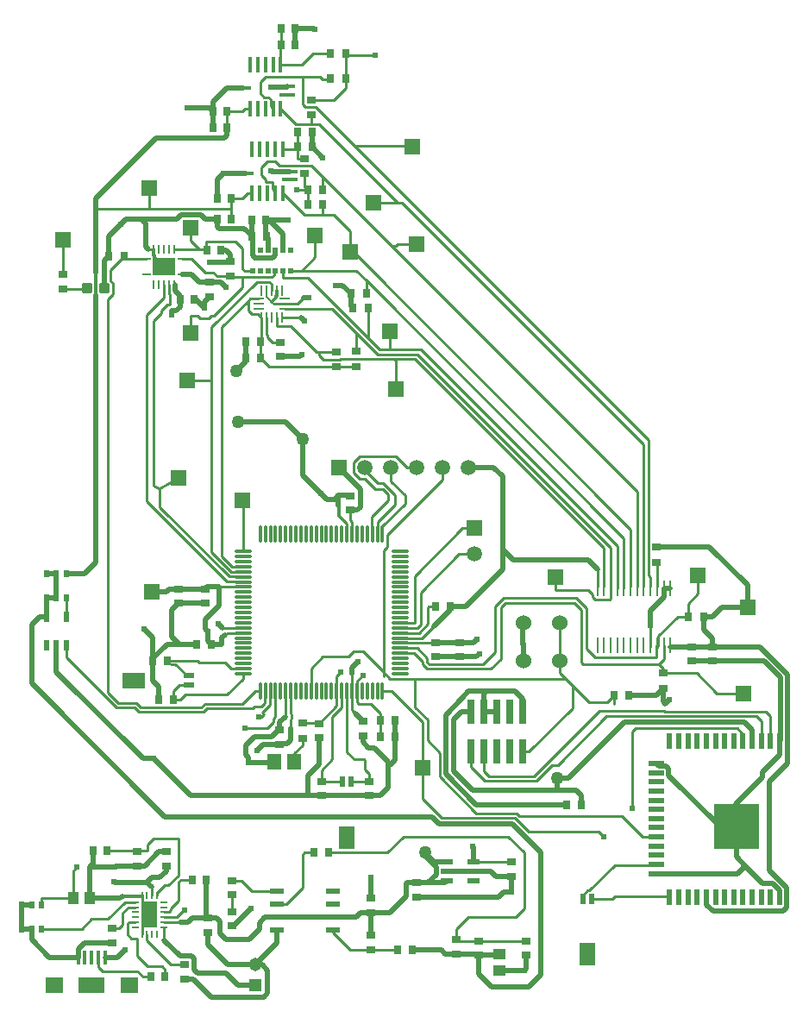
<source format=gtl>
G04 Layer_Physical_Order=1*
G04 Layer_Color=255*
%FSLAX25Y25*%
%MOIN*%
G70*
G01*
G75*
%ADD10R,0.02000X0.04000*%
%ADD11R,0.06000X0.09000*%
%ADD12R,0.04000X0.02000*%
%ADD13R,0.09000X0.06000*%
%ADD14R,0.01968X0.05905*%
%ADD15R,0.05905X0.01968*%
%ADD16R,0.17323X0.17323*%
%ADD17R,0.02913X0.09449*%
%ADD18R,0.06496X0.10433*%
%ADD19R,0.00984X0.02756*%
%ADD20R,0.02756X0.00984*%
%ADD21R,0.03347X0.01102*%
%ADD22R,0.01102X0.03347*%
%ADD23R,0.08976X0.07008*%
%ADD24R,0.00984X0.06102*%
%ADD25C,0.06000*%
%ADD26R,0.03543X0.03150*%
%ADD27R,0.03150X0.03543*%
%ADD28R,0.05118X0.03937*%
%ADD29R,0.05709X0.02362*%
%ADD30R,0.04724X0.02165*%
%ADD31R,0.02756X0.03543*%
%ADD32R,0.03543X0.02756*%
%ADD33R,0.02165X0.02362*%
%ADD34R,0.04134X0.00984*%
%ADD35R,0.00984X0.04134*%
%ADD36R,0.03937X0.05118*%
%ADD37R,0.05512X0.05905*%
%ADD38R,0.01378X0.06319*%
%ADD39R,0.06319X0.01575*%
%ADD40O,0.01181X0.07283*%
%ADD41O,0.07283X0.01181*%
%ADD42R,0.02000X0.02752*%
%ADD43R,0.02362X0.03937*%
G04:AMPARAMS|DCode=44|XSize=39.37mil|YSize=39.37mil|CornerRadius=5.91mil|HoleSize=0mil|Usage=FLASHONLY|Rotation=90.000|XOffset=0mil|YOffset=0mil|HoleType=Round|Shape=RoundedRectangle|*
%AMROUNDEDRECTD44*
21,1,0.03937,0.02756,0,0,90.0*
21,1,0.02756,0.03937,0,0,90.0*
1,1,0.01181,0.01378,0.01378*
1,1,0.01181,0.01378,-0.01378*
1,1,0.01181,-0.01378,-0.01378*
1,1,0.01181,-0.01378,0.01378*
%
%ADD44ROUNDEDRECTD44*%
%ADD45R,0.01575X0.05512*%
%ADD46C,0.01000*%
%ADD47C,0.02000*%
%ADD48C,0.01200*%
%ADD49C,0.00800*%
%ADD50R,0.07086X0.05906*%
%ADD51R,0.09842X0.05906*%
%ADD52C,0.05150*%
%ADD53R,0.05150X0.05150*%
%ADD54R,0.05905X0.05905*%
%ADD55C,0.05905*%
%ADD56R,0.05905X0.05905*%
%ADD57C,0.02400*%
%ADD58C,0.01968*%
%ADD59C,0.05000*%
D10*
X229200Y47000D02*
D03*
X225800D02*
D03*
X136200Y92200D02*
D03*
X132800D02*
D03*
D11*
X227500Y25500D02*
D03*
X134500Y70700D02*
D03*
D12*
X73700Y129700D02*
D03*
Y133100D02*
D03*
D13*
X52200Y131400D02*
D03*
D14*
X301930Y108000D02*
D03*
X298387D02*
D03*
X294843D02*
D03*
X291300D02*
D03*
X287757D02*
D03*
X284213D02*
D03*
X280670D02*
D03*
X277127D02*
D03*
X273584D02*
D03*
X270040D02*
D03*
X266497D02*
D03*
X262953D02*
D03*
X259410D02*
D03*
Y47500D02*
D03*
X262953D02*
D03*
X266497D02*
D03*
X270040D02*
D03*
X273584D02*
D03*
X277127D02*
D03*
X280670D02*
D03*
X284213D02*
D03*
X287757D02*
D03*
X291300D02*
D03*
X294843D02*
D03*
X298387D02*
D03*
X301930D02*
D03*
D15*
X254426Y99252D02*
D03*
Y95709D02*
D03*
Y92165D02*
D03*
Y88622D02*
D03*
Y85079D02*
D03*
Y81535D02*
D03*
Y77992D02*
D03*
Y74449D02*
D03*
Y70906D02*
D03*
Y67362D02*
D03*
Y63819D02*
D03*
Y60276D02*
D03*
Y56732D02*
D03*
D16*
X285158Y74835D02*
D03*
D17*
X182496Y119231D02*
D03*
X187496D02*
D03*
X192496D02*
D03*
X197496D02*
D03*
X202496D02*
D03*
X202500Y103900D02*
D03*
X197500D02*
D03*
X192500D02*
D03*
X187500D02*
D03*
X182500D02*
D03*
D18*
X58400Y40800D02*
D03*
D19*
X55447Y48280D02*
D03*
X57416D02*
D03*
X59384D02*
D03*
X61353D02*
D03*
Y33320D02*
D03*
X59384D02*
D03*
X57416D02*
D03*
X55447D02*
D03*
D20*
X63912Y45721D02*
D03*
Y43753D02*
D03*
Y41784D02*
D03*
Y39816D02*
D03*
Y37847D02*
D03*
Y35879D02*
D03*
X52888D02*
D03*
Y37847D02*
D03*
Y39816D02*
D03*
Y41784D02*
D03*
Y43753D02*
D03*
Y45721D02*
D03*
D21*
X70791Y288247D02*
D03*
Y294153D02*
D03*
X57209D02*
D03*
Y288247D02*
D03*
D22*
X67937Y297991D02*
D03*
X65969D02*
D03*
X64000D02*
D03*
X62032D02*
D03*
X60063D02*
D03*
Y284409D02*
D03*
X62032D02*
D03*
X64000D02*
D03*
X65969D02*
D03*
X67937D02*
D03*
D23*
X64000Y291200D02*
D03*
D24*
X259675Y167024D02*
D03*
X257116D02*
D03*
X254557D02*
D03*
X251998D02*
D03*
X249439D02*
D03*
X246880D02*
D03*
X244321D02*
D03*
X241761D02*
D03*
X239202D02*
D03*
X236643D02*
D03*
X234084D02*
D03*
X231525D02*
D03*
X259675Y144976D02*
D03*
X257116D02*
D03*
X254557D02*
D03*
X251998D02*
D03*
X249439D02*
D03*
X246880D02*
D03*
X244321D02*
D03*
X241761D02*
D03*
X239202D02*
D03*
X236643D02*
D03*
X234084D02*
D03*
X231525D02*
D03*
D25*
X216800Y153600D02*
D03*
Y139030D02*
D03*
X203021Y153600D02*
D03*
Y139030D02*
D03*
D26*
X268000Y144356D02*
D03*
Y138844D02*
D03*
X276000Y144356D02*
D03*
Y138844D02*
D03*
X80000Y166756D02*
D03*
Y161244D02*
D03*
X108700Y112156D02*
D03*
Y106644D02*
D03*
X140800Y115556D02*
D03*
Y110044D02*
D03*
X124000Y114756D02*
D03*
Y109244D02*
D03*
X168800Y145956D02*
D03*
Y140444D02*
D03*
X143200Y92356D02*
D03*
Y86844D02*
D03*
X124800Y92356D02*
D03*
Y86844D02*
D03*
X64800Y65156D02*
D03*
Y59644D02*
D03*
X53600Y59644D02*
D03*
Y65156D02*
D03*
X80800Y34044D02*
D03*
Y39556D02*
D03*
X144000Y41600D02*
D03*
Y47112D02*
D03*
X90400Y41956D02*
D03*
Y36444D02*
D03*
X185600Y25244D02*
D03*
Y30756D02*
D03*
X161600Y53156D02*
D03*
Y47644D02*
D03*
X198400Y61156D02*
D03*
Y55644D02*
D03*
X44000Y35556D02*
D03*
Y30044D02*
D03*
X72000Y21600D02*
D03*
Y16088D02*
D03*
X90400Y53956D02*
D03*
Y48444D02*
D03*
X176800Y25688D02*
D03*
Y31200D02*
D03*
X25100Y282744D02*
D03*
Y288256D02*
D03*
X144000Y27288D02*
D03*
Y32800D02*
D03*
X204000Y30756D02*
D03*
Y25244D02*
D03*
X178400Y145956D02*
D03*
Y140444D02*
D03*
X69600Y166756D02*
D03*
Y161244D02*
D03*
X108800Y261956D02*
D03*
Y256444D02*
D03*
X135800Y197244D02*
D03*
Y202756D02*
D03*
X81600Y279644D02*
D03*
Y285156D02*
D03*
X89600Y293156D02*
D03*
Y287644D02*
D03*
D27*
X88356Y351200D02*
D03*
X82844D02*
D03*
X109244Y383200D02*
D03*
X114756D02*
D03*
X109244Y376800D02*
D03*
X114756D02*
D03*
X89956Y309600D02*
D03*
X84444D02*
D03*
X115644Y343200D02*
D03*
X121156D02*
D03*
X115644Y337600D02*
D03*
X121156D02*
D03*
X103356Y309400D02*
D03*
X97844D02*
D03*
X103556Y303000D02*
D03*
X98044D02*
D03*
X101156Y262400D02*
D03*
X95644D02*
D03*
X101156Y256000D02*
D03*
X95644D02*
D03*
X70144Y278500D02*
D03*
X75656D02*
D03*
X82256Y145300D02*
D03*
X76744D02*
D03*
X147644Y109600D02*
D03*
X153156D02*
D03*
X169044Y159900D02*
D03*
X174556D02*
D03*
X67556Y124000D02*
D03*
X62044D02*
D03*
X65156Y138900D02*
D03*
X59644D02*
D03*
X225156Y83200D02*
D03*
X219644D02*
D03*
X80356Y54400D02*
D03*
X74844D02*
D03*
X36444Y65600D02*
D03*
X41956D02*
D03*
X122044Y64800D02*
D03*
X127556D02*
D03*
X159912Y27200D02*
D03*
X154400D02*
D03*
X147644Y116000D02*
D03*
X153156D02*
D03*
X89956Y317600D02*
D03*
X84444D02*
D03*
X88356Y344800D02*
D03*
X82844D02*
D03*
X238044Y125600D02*
D03*
X243556D02*
D03*
X64356Y16800D02*
D03*
X58844D02*
D03*
X85956Y297600D02*
D03*
X80444D02*
D03*
D28*
X193600Y19250D02*
D03*
Y25550D02*
D03*
D29*
X107672Y49900D02*
D03*
Y44900D02*
D03*
Y39900D02*
D03*
Y34900D02*
D03*
X129128Y49900D02*
D03*
Y44900D02*
D03*
Y39900D02*
D03*
Y34900D02*
D03*
D30*
X173281Y61340D02*
D03*
Y57600D02*
D03*
Y53860D02*
D03*
X183519D02*
D03*
Y61340D02*
D03*
D31*
X134153Y364000D02*
D03*
X128247D02*
D03*
X266647Y156000D02*
D03*
X272553D02*
D03*
X134153Y373600D02*
D03*
X128247D02*
D03*
X48553Y295200D02*
D03*
X42647D02*
D03*
X119447Y320800D02*
D03*
X125353D02*
D03*
X119447Y315200D02*
D03*
X125353D02*
D03*
X136247Y280800D02*
D03*
X142153D02*
D03*
X137047Y275200D02*
D03*
X142953D02*
D03*
D32*
X256800Y134153D02*
D03*
Y128247D02*
D03*
X254400Y177047D02*
D03*
Y182953D02*
D03*
X118400Y327135D02*
D03*
Y333040D02*
D03*
X117600Y114953D02*
D03*
Y109047D02*
D03*
X120800Y355753D02*
D03*
Y349847D02*
D03*
X138400Y252647D02*
D03*
Y258553D02*
D03*
X130700Y252447D02*
D03*
Y258353D02*
D03*
D33*
X98218Y289663D02*
D03*
X101171D02*
D03*
X104124D02*
D03*
X107076D02*
D03*
X110029D02*
D03*
X112982D02*
D03*
Y297537D02*
D03*
X110029D02*
D03*
X107076D02*
D03*
X104124D02*
D03*
X101171D02*
D03*
X98218D02*
D03*
D34*
X100482Y274832D02*
D03*
Y276800D02*
D03*
Y278768D02*
D03*
X110718D02*
D03*
Y276800D02*
D03*
Y274832D02*
D03*
D35*
X101663Y281918D02*
D03*
X103631D02*
D03*
X105600D02*
D03*
X107569D02*
D03*
X109537D02*
D03*
Y271682D02*
D03*
X107569D02*
D03*
X105600D02*
D03*
X103631D02*
D03*
X101663D02*
D03*
D36*
X35150Y47200D02*
D03*
X28850D02*
D03*
D37*
X106463Y100000D02*
D03*
X114337D02*
D03*
D38*
X109106Y369353D02*
D03*
X106153D02*
D03*
X103200D02*
D03*
X100247D02*
D03*
X97294D02*
D03*
X109106Y352247D02*
D03*
X106153D02*
D03*
X103200D02*
D03*
X100247D02*
D03*
X97294D02*
D03*
X109906Y336553D02*
D03*
X106953D02*
D03*
X104000D02*
D03*
X101047D02*
D03*
X98094D02*
D03*
X109906Y319447D02*
D03*
X106953D02*
D03*
X104000D02*
D03*
X101047D02*
D03*
X98094D02*
D03*
D39*
X111753Y360800D02*
D03*
Y357650D02*
D03*
X94647Y360111D02*
D03*
X112553Y328000D02*
D03*
Y324850D02*
D03*
X95447Y327311D02*
D03*
D40*
X101178Y187915D02*
D03*
X103147D02*
D03*
X105115D02*
D03*
X107083D02*
D03*
X109052D02*
D03*
X111021D02*
D03*
X112989D02*
D03*
X114957D02*
D03*
X116926D02*
D03*
X118895D02*
D03*
X120863D02*
D03*
X122831D02*
D03*
X124800D02*
D03*
X126769D02*
D03*
X128737D02*
D03*
X130705D02*
D03*
X132674D02*
D03*
X134643D02*
D03*
X136611D02*
D03*
X138579D02*
D03*
X140548D02*
D03*
X142517D02*
D03*
X144485D02*
D03*
X146453D02*
D03*
X148422D02*
D03*
Y127285D02*
D03*
X146453D02*
D03*
X144485D02*
D03*
X142517D02*
D03*
X140548D02*
D03*
X138579D02*
D03*
X136611D02*
D03*
X134643D02*
D03*
X132674D02*
D03*
X130705D02*
D03*
X128737D02*
D03*
X126769D02*
D03*
X124800D02*
D03*
X122831D02*
D03*
X120863D02*
D03*
X118895D02*
D03*
X116926D02*
D03*
X114957D02*
D03*
X112989D02*
D03*
X111021D02*
D03*
X109052D02*
D03*
X107083D02*
D03*
X105115D02*
D03*
X103147D02*
D03*
X101178D02*
D03*
D41*
X155115Y181222D02*
D03*
Y179253D02*
D03*
Y177285D02*
D03*
Y175317D02*
D03*
Y173348D02*
D03*
Y171379D02*
D03*
Y169411D02*
D03*
Y167443D02*
D03*
Y165474D02*
D03*
Y163505D02*
D03*
Y161537D02*
D03*
Y159569D02*
D03*
Y157600D02*
D03*
Y155631D02*
D03*
Y153663D02*
D03*
Y151695D02*
D03*
Y149726D02*
D03*
Y147757D02*
D03*
Y145789D02*
D03*
Y143821D02*
D03*
Y141852D02*
D03*
Y139883D02*
D03*
Y137915D02*
D03*
Y135947D02*
D03*
Y133978D02*
D03*
X94485D02*
D03*
Y135947D02*
D03*
Y137915D02*
D03*
Y139883D02*
D03*
Y141852D02*
D03*
Y143821D02*
D03*
Y145789D02*
D03*
Y147757D02*
D03*
Y149726D02*
D03*
Y151695D02*
D03*
Y153663D02*
D03*
Y155631D02*
D03*
Y157600D02*
D03*
Y159569D02*
D03*
Y161537D02*
D03*
Y163505D02*
D03*
Y165474D02*
D03*
Y167443D02*
D03*
Y169411D02*
D03*
Y171379D02*
D03*
Y173348D02*
D03*
Y175317D02*
D03*
Y177285D02*
D03*
Y179253D02*
D03*
Y181222D02*
D03*
D42*
X18660Y163423D02*
D03*
X22400D02*
D03*
X26140D02*
D03*
X18660Y172577D02*
D03*
X22400D02*
D03*
X26140D02*
D03*
X9060Y35423D02*
D03*
X12800D02*
D03*
X16540D02*
D03*
X9060Y44577D02*
D03*
X12800D02*
D03*
X16540D02*
D03*
D43*
X18660Y144987D02*
D03*
X22400D02*
D03*
X26140D02*
D03*
Y155813D02*
D03*
X18660D02*
D03*
D44*
X34147Y282800D02*
D03*
X41053D02*
D03*
D45*
X36000Y24230D02*
D03*
X33441D02*
D03*
X30882D02*
D03*
X38559D02*
D03*
X41118D02*
D03*
D46*
X254557Y176404D02*
X255200Y177047D01*
X80247Y297600D02*
Y301047D01*
X41956Y65600D02*
X57600D01*
X197784Y61340D02*
X198400Y61956D01*
X94485Y200085D02*
X95200Y200800D01*
X254557Y144386D02*
X254930Y144759D01*
Y148442D01*
X103068Y122614D02*
Y127285D01*
X84494Y287447D02*
X89600D01*
X236508Y166800D02*
Y182692D01*
X72900Y133100D02*
X73700D01*
X68400Y137600D02*
X72900Y133100D01*
X66456Y137600D02*
X68400D01*
X76802Y138900D02*
X77600Y138102D01*
X65156Y138900D02*
X76802D01*
X67556Y124000D02*
Y127156D01*
X70100Y129700D01*
X73700D01*
X46346Y122600D02*
X53400D01*
X42200Y126746D02*
X46346Y122600D01*
X42200Y126746D02*
Y278694D01*
X44197Y280691D01*
X43353Y290000D02*
X48553Y295200D01*
X43353Y285753D02*
Y290000D01*
Y285753D02*
X44197Y284909D01*
Y280691D02*
Y284909D01*
X55072Y120928D02*
X78371D01*
X53400Y122600D02*
X55072Y120928D01*
X143044Y92200D02*
X143200Y92356D01*
X136200Y92200D02*
X143044D01*
X132644Y92356D02*
X132800Y92200D01*
X124800Y92356D02*
X132644D01*
X237402Y47000D02*
X238200Y47798D01*
X229200Y47000D02*
X237402D01*
X225800D02*
Y48262D01*
X227713Y50175D01*
X228373D01*
X238200Y60002D01*
X37600Y289000D02*
Y313600D01*
X63912Y31088D02*
Y35879D01*
X248994Y70906D02*
X254426D01*
X241100Y78800D02*
X248994Y70906D01*
X201398Y78800D02*
X241100D01*
X232000Y72800D02*
X234000Y70800D01*
X204853Y72800D02*
X232000D01*
X199453Y78200D02*
X204853Y72800D01*
X160900Y132087D02*
X219113D01*
X151281D02*
X160900D01*
X200198Y80000D02*
X201398Y78800D01*
X184647Y80000D02*
X200198D01*
X170500Y94147D02*
X184647Y80000D01*
X170500Y94147D02*
Y103400D01*
X165800Y108100D02*
X170500Y103400D01*
X165800Y108100D02*
Y116116D01*
X160900Y121016D02*
X165800Y116116D01*
X160900Y121016D02*
Y132087D01*
X171300Y78200D02*
X199453D01*
X164000Y85500D02*
X171300Y78200D01*
X287757Y108000D02*
Y110643D01*
X294843Y108000D02*
Y115457D01*
X298387Y108000D02*
Y117513D01*
X246300Y112900D02*
X285500D01*
X245000Y111600D02*
X246300Y112900D01*
X245000Y82000D02*
Y111600D01*
X216200Y98600D02*
X235100Y117500D01*
X232383Y119600D02*
X257400D01*
X257700Y119300D01*
X296600D01*
X298387Y117513D01*
X207083Y94300D02*
X232383Y119600D01*
X285500Y112900D02*
X287757Y110643D01*
X235100Y117500D02*
X292800D01*
X213929Y98600D02*
X216200D01*
X292800Y117500D02*
X294843Y115457D01*
X259113Y47798D02*
X259410Y47500D01*
X238200Y47798D02*
X259113D01*
X238200Y60002D02*
X251298D01*
X202500Y103900D02*
X205100D01*
X189500Y94300D02*
X207083D01*
X187500Y96300D02*
X189500Y94300D01*
X207829Y92500D02*
X213929Y98600D01*
X187900Y92500D02*
X207829D01*
X187500Y96300D02*
Y103900D01*
X182500Y97900D02*
X187900Y92500D01*
X182500Y97900D02*
Y103900D01*
X164000Y85500D02*
Y97600D01*
X51155Y31745D02*
X53479D01*
X49800Y33100D02*
X51155Y31745D01*
X49800Y33100D02*
Y37336D01*
X50311Y37847D01*
X52888D01*
X32223Y35423D02*
X35900Y39100D01*
X42200D01*
X48821Y45721D01*
X52888D01*
X57416Y30940D02*
Y33320D01*
X66590Y43290D02*
X69600Y46300D01*
X66590Y42722D02*
Y43290D01*
X65828Y41961D02*
X66590Y42722D01*
X64088Y41961D02*
X65828D01*
X63912Y41784D02*
X64088Y41961D01*
X71747Y42700D02*
X71900D01*
X68863Y39816D02*
X71747Y42700D01*
X63912Y39816D02*
X68863D01*
X61353Y48280D02*
Y49353D01*
X64151Y52151D01*
X57416Y30940D02*
X66756Y21600D01*
X48000Y36800D02*
Y41500D01*
X50253Y43753D01*
X52888D01*
X48800Y294153D02*
Y294953D01*
X64000Y279200D02*
Y284409D01*
X57406Y272605D02*
X64000Y279200D01*
X65969Y280816D02*
X66400Y280384D01*
X65969Y280816D02*
Y284409D01*
X66400Y276600D02*
Y280384D01*
X66300Y276500D02*
X66400Y276600D01*
X65285Y276500D02*
X66300D01*
X63000Y274215D02*
X65285Y276500D01*
X63000Y273200D02*
Y274215D01*
X60002Y270202D02*
X63000Y273200D01*
X60002Y206699D02*
Y270202D01*
Y206699D02*
X62047Y205600D01*
X62316Y205743D02*
X69600Y209600D01*
X79985Y288900D02*
X83041D01*
X74732Y294153D02*
X79985Y288900D01*
X70791Y294153D02*
X74732D01*
X67937Y297991D02*
X77533D01*
X74400Y301124D02*
X77533Y297991D01*
X78100D02*
X79856D01*
X74400Y301124D02*
Y306400D01*
X79856Y297991D02*
X80247Y297600D01*
X255200Y137600D02*
X257116Y139516D01*
Y144976D01*
X236270Y162600D02*
X236643Y162973D01*
Y167024D01*
X230567Y162600D02*
X236270D01*
X229733Y163434D02*
X230567Y162600D01*
X229733Y163434D02*
Y164445D01*
X227778Y166400D02*
X229733Y164445D01*
X251998Y144386D02*
Y144976D01*
X216800Y134400D02*
X219113Y132087D01*
X216800Y134400D02*
Y139030D01*
Y153600D01*
X225400Y138271D02*
X226072Y137600D01*
X225400Y138271D02*
Y158454D01*
X222454Y161400D02*
X225400Y158454D01*
X195946Y161400D02*
X222454D01*
X194195Y159650D02*
X195946Y161400D01*
X227200Y143750D02*
Y159200D01*
X223200Y163200D02*
X227200Y159200D01*
X195200Y163200D02*
X223200D01*
X227200Y143750D02*
X230620Y140330D01*
X215200Y166400D02*
X227778D01*
X192000Y160000D02*
X195200Y163200D01*
X215200Y166400D02*
Y171200D01*
X57600Y68000D02*
X60000Y70400D01*
X65751Y52151D02*
X69600Y56000D01*
Y70400D01*
X60000D02*
X69600D01*
X90400Y53956D02*
X94044D01*
X98100Y49900D01*
X107672D01*
X129128Y34072D02*
Y34900D01*
Y34072D02*
X135912Y27288D01*
X144000D01*
X154312D01*
X154400Y27200D01*
X204000Y30756D02*
X204000Y30756D01*
X177600Y30756D02*
X185600D01*
X90400Y41956D02*
Y48444D01*
X118400Y64800D02*
X122044D01*
X117600Y64000D02*
X118400Y64800D01*
X181600Y40000D02*
X200000D01*
X176800Y35200D02*
X181600Y40000D01*
X176800Y31200D02*
Y35200D01*
X69600Y53454D02*
X70546Y54400D01*
X74844D01*
X200000Y40000D02*
X203200Y43200D01*
Y64800D01*
X127556Y64800D02*
X150400D01*
X77600Y138102D02*
X87736D01*
X89814Y136024D01*
X94407D02*
X94485Y135947D01*
X72298Y125898D02*
X88298D01*
X94485Y132085D01*
Y133978D01*
X130705Y121461D02*
Y127285D01*
X117600Y114953D02*
X117797Y114756D01*
X124000D02*
X130705Y121461D01*
X117600Y114953D02*
X123803D01*
X124000Y114756D01*
X117600Y106400D02*
Y109047D01*
X139257Y122343D02*
X144057D01*
X147644Y118756D01*
Y116000D02*
Y118756D01*
Y109600D02*
Y116000D01*
X129098Y100800D02*
Y117308D01*
X132596Y120806D01*
Y127207D01*
X137600Y100800D02*
X141302D01*
X161779Y143821D02*
X165728Y139872D01*
Y138331D02*
Y139872D01*
Y138331D02*
X166490Y137569D01*
X160548Y141852D02*
X163928Y138472D01*
Y137585D02*
Y138472D01*
Y137585D02*
X165744Y135769D01*
X255200Y137600D02*
X256800Y136000D01*
Y134153D02*
Y136000D01*
X67556Y124000D02*
X70400D01*
X72298Y125898D01*
X254930Y148442D02*
X262488Y156000D01*
X266647D01*
X88356Y344800D02*
Y351200D01*
X109106Y369353D02*
Y376661D01*
X109244Y376800D02*
Y383200D01*
X109106Y376661D02*
X109244Y376800D01*
X108997Y376553D02*
X109106Y376661D01*
X114337Y100000D02*
Y103137D01*
X117600Y106400D01*
X89956Y317600D02*
X94400D01*
X96247Y319447D01*
X115397Y336553D02*
X115644Y336800D01*
X89956Y309600D02*
Y313600D01*
Y317600D01*
X109106Y352247D02*
X114952Y346400D01*
X120838Y330362D02*
X125353Y325847D01*
Y311447D02*
Y315200D01*
Y311447D02*
X125600Y311200D01*
X118152D02*
X125600D01*
X114952Y346400D02*
X120800D01*
Y349847D01*
X88356Y351200D02*
X94153D01*
X95200Y352247D01*
X97294D01*
X106507Y289093D02*
X107076Y289663D01*
X226072Y137600D02*
X255200D01*
X230620Y140330D02*
X254183D01*
X138337Y289663D02*
X142153Y285847D01*
Y280000D02*
Y280800D01*
X142953Y263447D02*
X147200Y259200D01*
X142953Y263447D02*
Y274400D01*
X101156Y262400D02*
X101663Y262907D01*
X101156Y256000D02*
Y262400D01*
X100305Y273039D02*
X101663Y271682D01*
X97877Y273039D02*
X100305D01*
X97232Y278768D02*
X100482D01*
X96516Y274400D02*
Y278053D01*
Y274400D02*
X97877Y273039D01*
X146454Y257400D02*
X161800D01*
X101663Y262907D02*
Y271682D01*
X106044Y261956D02*
X108800D01*
X104031Y263969D02*
Y264710D01*
Y263969D02*
X106044Y261956D01*
X103631Y265109D02*
X104031Y264710D01*
X103631Y265109D02*
Y271682D01*
X107569D02*
X107745Y271505D01*
Y268315D02*
Y271505D01*
X110718Y274832D02*
X129023D01*
X161054Y255600D02*
X234084Y182570D01*
Y167614D02*
Y182570D01*
X109106Y369353D02*
X117353D01*
X121600Y373600D01*
X126647D01*
X117728Y353836D02*
Y364572D01*
Y353836D02*
X118490Y353075D01*
X122561D01*
X134153Y364000D02*
Y373600D01*
X115644Y337600D02*
Y342400D01*
X120800Y346400D02*
X124000D01*
X115644Y333156D02*
X115760Y333040D01*
X118400D01*
X115644Y333156D02*
Y336800D01*
Y337600D01*
X118400Y321847D02*
Y327135D01*
X119447Y315200D02*
Y320800D01*
X105600Y281918D02*
Y284491D01*
X86400Y267937D02*
X96516Y278053D01*
X97232Y278768D01*
X94407Y171458D02*
X94485Y171379D01*
X94407Y169489D02*
X94485Y169411D01*
X78371Y120928D02*
X79843Y122400D01*
X94400D01*
X99285Y127285D01*
X103068D02*
X103147D01*
X26140Y140260D02*
Y144987D01*
Y140260D02*
X45600Y120800D01*
X52654D01*
X54326Y119128D01*
X79117D01*
X80588Y120600D01*
X105037Y122037D02*
Y127207D01*
X151600Y208400D02*
Y213600D01*
X157897D02*
X161600D01*
X153444Y218053D02*
X157897Y213600D01*
X139756Y218053D02*
X153444D01*
X137147Y215444D02*
X139756Y218053D01*
X144407Y187993D02*
X144485Y187915D01*
X148800Y181461D02*
X150313Y182973D01*
X137600Y338035D02*
X159565D01*
X160000Y337600D01*
X122561Y353075D02*
X137600Y338035D01*
X251328Y224307D01*
X124000Y346400D02*
X154400Y316000D01*
X153600Y299200D02*
X154400Y300000D01*
X125353Y320800D02*
Y325847D01*
X152000Y299200D01*
X117163Y289663D02*
X138337D01*
X151200Y259200D02*
Y266400D01*
X147200Y259200D02*
X151200D01*
X163200D01*
X153600Y244000D02*
Y254800D01*
X152800Y255600D02*
X153600Y254800D01*
X132000Y255600D02*
X152800D01*
X161054D01*
X72800Y247200D02*
X82400D01*
Y180840D02*
Y247200D01*
Y268000D01*
X58400Y313600D02*
Y321600D01*
X37600Y313600D02*
X58400D01*
X164000Y97600D02*
Y115370D01*
X152085Y127285D02*
X164000Y115370D01*
X185600Y30756D02*
X204000D01*
X69600Y46300D02*
Y53454D01*
X64151Y52151D02*
X65751D01*
X134153Y373600D02*
X134953Y372800D01*
X145600D01*
X107672Y44900D02*
X111300D01*
X117600Y51200D01*
Y64000D01*
X138579Y123021D02*
X139257Y122343D01*
X138579Y123021D02*
Y127285D01*
X80247Y301047D02*
X91753D01*
X95263Y289663D02*
X98218D01*
X95200Y289600D02*
X95263Y289663D01*
X89865Y287182D02*
X94400D01*
X89600Y287447D02*
X89865Y287182D01*
X26140Y155813D02*
Y163423D01*
X44000Y35556D02*
X46756D01*
X48000Y36800D01*
X28850Y57650D02*
X30400Y59200D01*
X28850Y47200D02*
Y57650D01*
X38559Y20641D02*
Y24230D01*
X53712Y19088D02*
X56000Y16800D01*
X58844D01*
X16540Y44577D02*
Y47200D01*
X28850D01*
X53479Y24921D02*
Y31745D01*
Y24921D02*
X57600Y20800D01*
X63200D01*
X64356Y19644D01*
Y16800D02*
Y19644D01*
X124800Y96502D02*
X129098Y100800D01*
X124800Y92356D02*
Y96502D01*
X141302Y100800D02*
X141600Y100502D01*
Y96800D02*
Y100502D01*
Y96800D02*
X143200Y95200D01*
Y92356D02*
Y95200D01*
X266647Y156000D02*
Y161047D01*
X270400Y164800D01*
Y172000D01*
X256800Y134153D02*
X269847D01*
X277600Y126400D01*
X288000D01*
X83041Y288900D02*
X84494Y287447D01*
X142153Y280800D02*
Y285847D01*
X57600Y65600D02*
Y68000D01*
X57600Y65600D02*
X57600Y65600D01*
X66756Y21600D02*
X72000D01*
X132000Y255600D02*
X132400Y255200D01*
X101156Y256000D02*
X104709Y252447D01*
X130700D01*
X138200D01*
X138400Y252647D01*
Y258553D02*
Y265454D01*
X129023Y274832D02*
X138400Y265454D01*
X146454Y257400D01*
X238044Y122400D02*
Y125600D01*
X25100Y288256D02*
Y301200D01*
X24800Y301500D02*
X25100Y301200D01*
Y282744D02*
X34091D01*
X34147Y282800D01*
X58400Y313600D02*
X58453Y313653D01*
X89903D02*
X89956Y313600D01*
X58453Y313653D02*
X89903D01*
X101200Y362500D02*
X103300Y364600D01*
X105189Y353211D02*
X106153Y352247D01*
X101200Y358200D02*
Y362500D01*
Y358200D02*
X102694Y356706D01*
X104427D01*
X105189Y355945D01*
Y353211D02*
Y355945D01*
X124300Y364600D02*
X125200Y363700D01*
X127947D01*
X128247Y364000D01*
X117700Y364600D02*
X117728Y364572D01*
X103300Y364600D02*
X117700D01*
X124300D01*
X109537Y271682D02*
X116818D01*
X107745Y268315D02*
X112885D01*
X122847Y258353D01*
X123700D02*
X124050Y258002D01*
X122847Y258353D02*
X123700D01*
X130700D01*
X150313Y182973D02*
Y187613D01*
X171600Y208900D01*
Y213600D01*
X165744Y135769D02*
X190269D01*
X194195Y139695D01*
Y159650D01*
X166490Y137569D02*
X187269D01*
X192000Y142300D01*
Y160000D01*
X160863Y171663D02*
X179400Y190200D01*
X184000D01*
X163193Y165293D02*
X178100Y180200D01*
X184000D01*
X160863Y153663D02*
Y171663D01*
X161895Y151695D02*
X163193Y152993D01*
Y165293D01*
X162472Y149726D02*
X166000Y153254D01*
Y159600D01*
X166300Y159900D01*
X169044D01*
X163758Y147757D02*
X168300Y152300D01*
X89237Y171458D02*
X94407D01*
X89814Y136024D02*
X94407D01*
X99285Y127285D02*
X101178D01*
X105037Y127207D02*
X105115Y127285D01*
X132596Y127207D02*
X132674Y127285D01*
X111021Y117420D02*
Y127285D01*
X85400Y167500D02*
X94485Y167443D01*
X88326Y149726D02*
X94485D01*
X86705Y151695D02*
X94485D01*
X134643Y103758D02*
X137600Y100800D01*
X134643Y103758D02*
Y127285D01*
X136611Y119889D02*
X137800Y118700D01*
X94400Y290400D02*
X95200Y289600D01*
X91753Y301047D02*
X94400Y298400D01*
Y290400D02*
Y298400D01*
X156600Y71000D02*
X197000D01*
X150400Y64800D02*
X156600Y71000D01*
X197000D02*
X203200Y64800D01*
X96247Y319447D02*
X98094D01*
X109906D02*
X118152Y311200D01*
X109906Y336553D02*
X115397D01*
X106953Y319447D02*
Y320147D01*
X105989Y321111D02*
X106953Y320147D01*
X105989Y321111D02*
Y323906D01*
X103194D02*
X105989D01*
X103194D02*
Y324791D01*
X101500Y326485D02*
X103194Y324791D01*
X101500Y326485D02*
Y329715D01*
X103785Y332000D01*
X107015D01*
X108653Y330362D01*
X120838D01*
X115200Y320800D02*
X119447D01*
X119447Y320800D01*
X118400Y321847D02*
X119447Y320800D01*
X74400Y265600D02*
Y272200D01*
X77085D01*
X77985Y271300D01*
X81215D01*
X82115Y272200D01*
X83400D01*
X112989Y118705D02*
Y127285D01*
X101974Y118974D02*
X105037Y122037D01*
X104015Y112900D02*
X106300Y115185D01*
Y116500D01*
X107083Y117283D01*
Y127285D01*
X101974Y118974D02*
X102700Y118248D01*
X101652Y117200D02*
X102700Y118248D01*
X80588Y120600D02*
X98385D01*
X98885Y121100D01*
X231525Y167614D02*
Y174375D01*
X82400Y180840D02*
X89814Y173426D01*
X94485Y173348D02*
X94485D01*
X94407Y173426D02*
X94485Y173348D01*
X89814Y173426D02*
X94407D01*
X16540Y35423D02*
X32223D01*
X155115Y151695D02*
X161895D01*
X155115Y141852D02*
X160548D01*
X148422Y127285D02*
X152085D01*
X155115Y153663D02*
X160863D01*
X254183Y140330D02*
Y144583D01*
X254400Y144800D01*
X155115Y143821D02*
X161779D01*
X155115Y149726D02*
X162472D01*
X155115Y147757D02*
X163758D01*
X94485Y181222D02*
Y200085D01*
X148800Y132863D02*
Y134568D01*
Y181461D01*
Y134568D02*
X151281Y132087D01*
X136611Y127285D02*
Y134000D01*
X102700Y112900D02*
X104015D01*
X98885Y121100D02*
X101555D01*
X103068Y122614D01*
X100500Y117200D02*
X101652D01*
X102600Y113000D02*
X102700Y112900D01*
X95400Y113000D02*
X102600D01*
X148422Y187915D02*
Y190922D01*
X157200Y199700D01*
Y202800D01*
X151600Y208400D02*
X157200Y202800D01*
X141600Y212600D02*
Y213600D01*
Y212600D02*
X146453Y207747D01*
X148554D01*
X153300Y203000D01*
Y199300D02*
Y203000D01*
X146453Y192454D02*
X153300Y199300D01*
X146453Y187915D02*
Y192454D01*
X148487Y205267D02*
X150500Y203254D01*
Y200800D02*
Y203254D01*
X144407Y194707D02*
X150500Y200800D01*
X144407Y187993D02*
Y194707D01*
X145533Y205267D02*
X148487D01*
X141653Y209147D02*
X145533Y205267D01*
X137147Y211756D02*
Y215444D01*
X139756Y209147D02*
X141653D01*
X137147Y211756D02*
X139756Y209147D01*
X110718Y276800D02*
X115500D01*
X117800Y279100D01*
X38559Y20641D02*
X40112Y19088D01*
X53712D01*
X86400Y179400D02*
Y267937D01*
Y179400D02*
X90405Y175394D01*
X136611Y119889D02*
Y127285D01*
X90405Y175394D02*
X94407D01*
X94485Y175317D01*
X130705Y127285D02*
Y132778D01*
X132411Y134484D01*
X140900Y133362D02*
Y133400D01*
X138657Y131119D02*
X140900Y133362D01*
X138657Y127363D02*
Y131119D01*
X138579Y127285D02*
X138657Y127363D01*
X135185Y140500D02*
X137185Y142500D01*
X140868D01*
X148800Y134568D01*
X48800Y294153D02*
X57209D01*
X58009Y297991D02*
X60063D01*
X106300Y276800D02*
X110718D01*
X119629Y286771D02*
X142953Y263447D01*
X82400Y268000D02*
X99782Y285382D01*
X104709D02*
X105600Y284491D01*
X99782Y285382D02*
X104709D01*
X83400Y272200D02*
X94400Y283200D01*
Y287182D01*
X106507Y287944D02*
Y289093D01*
X94400Y287182D02*
X105745D01*
X106507Y287944D01*
X110029Y286771D02*
Y289663D01*
Y286771D02*
X119629D01*
X120800Y355753D02*
X129553D01*
X134153Y360353D01*
Y364000D01*
X122400Y294900D02*
Y303200D01*
X117163Y289663D02*
X122400Y294900D01*
X112982Y289663D02*
X117163D01*
X125700Y255200D02*
X132400D01*
X124050Y256850D02*
X125700Y255200D01*
X124050Y256850D02*
Y258002D01*
X88367Y169489D02*
X94407D01*
X57406Y200450D02*
X88367Y169489D01*
X57406Y200450D02*
Y272605D01*
X62316Y198378D02*
X89237Y171458D01*
X62316Y198378D02*
Y205743D01*
X135800Y193246D02*
Y197244D01*
X142153Y285847D02*
X241700Y186300D01*
X241761Y167024D02*
Y170739D01*
X241700D02*
X241761D01*
X241700D02*
Y186300D01*
X163200Y259200D02*
X239202Y183198D01*
Y167024D02*
Y183198D01*
X161800Y257400D02*
X236508Y182692D01*
X235244Y122800D02*
X238044Y125600D01*
X228400Y122800D02*
X235244D01*
X205100Y103900D02*
X221850Y120650D01*
Y129350D01*
X219113Y132087D02*
X221850Y129350D01*
X228400Y122800D01*
X125300Y140500D02*
X135185D01*
X120863Y136063D02*
X125300Y140500D01*
X120863Y127285D02*
Y136063D01*
X136000Y296800D02*
X137200D01*
X244321Y189680D01*
X246880Y167614D02*
Y204321D01*
X152000Y299200D02*
X153600D01*
X251998Y167614D02*
Y171262D01*
X251328Y171931D02*
X251998Y171262D01*
X251328Y171931D02*
Y224307D01*
X244321Y167614D02*
Y189680D01*
X254557Y167614D02*
Y176404D01*
X152000Y299200D02*
X246880Y204321D01*
X154400Y300000D02*
X161600D01*
X156100Y316000D02*
X249439Y222661D01*
Y167614D02*
Y222661D01*
X144800Y316000D02*
X154400D01*
X156100D01*
X132000Y308800D02*
X132100D01*
X132000D02*
X136000Y304800D01*
Y296800D02*
Y304800D01*
X125600Y311200D02*
X129700D01*
X132100Y308800D01*
X134643Y187915D02*
Y191858D01*
X131500Y195000D02*
X134643Y191858D01*
X136611Y187915D02*
Y192435D01*
X135800Y193246D02*
X136611Y192435D01*
X183519Y61340D02*
X197784D01*
X155282Y145956D02*
X168800D01*
X155115Y145789D02*
X155282Y145956D01*
X112900Y113000D02*
X112989Y113089D01*
Y116136D01*
X113321Y116468D01*
Y118373D01*
X112989Y118705D02*
X113321Y118373D01*
X251998Y144976D02*
X252000Y144979D01*
Y152700D01*
X59384Y48280D02*
Y51447D01*
X55447Y33320D02*
Y37847D01*
X58400Y40800D01*
X55447Y43753D02*
Y48280D01*
Y43753D02*
X58400Y40800D01*
X63912Y37847D02*
X70147D01*
X70200Y37900D01*
D47*
X89047Y292800D02*
X89600Y293353D01*
X110800Y231200D02*
X117500Y224500D01*
X98289Y295610D02*
Y297537D01*
X107007Y295610D02*
Y297537D01*
X285158Y63142D02*
Y74835D01*
X278843D02*
X285158D01*
X287832Y80700D02*
X291400D01*
X287832D02*
X289616Y78916D01*
X202741Y151962D02*
X203700Y152920D01*
X66900Y274144D02*
X68544D01*
X68320Y281820D02*
Y284409D01*
X30882Y24230D02*
X30979Y24327D01*
Y27680D01*
X33343Y30044D01*
X44000D01*
X80356Y40000D02*
X80800Y39556D01*
X80356Y40000D02*
Y54400D01*
X59644Y138900D02*
Y139844D01*
Y131256D02*
Y138900D01*
X198500Y75900D02*
X209600Y64800D01*
X170347Y75900D02*
X198500D01*
X167747Y78500D02*
X170347Y75900D01*
X64400Y78500D02*
X167747D01*
X12800Y130100D02*
X64400Y78500D01*
X66900Y158544D02*
X69600Y161244D01*
X66900Y148400D02*
Y158544D01*
Y148400D02*
X69900Y145400D01*
X37600Y280293D02*
X37600Y280293D01*
Y176800D02*
Y280293D01*
X33377Y172577D02*
X37600Y176800D01*
X26140Y172577D02*
X33377D01*
X37600Y289000D02*
Y317600D01*
Y289000D02*
X37600Y289000D01*
X41053Y282800D02*
Y293606D01*
X37600Y317600D02*
X60800Y340800D01*
X87200D01*
X88356Y341956D01*
Y344800D01*
X92600Y13600D02*
X99200D01*
X88100Y18100D02*
X92600Y13600D01*
X77060Y18100D02*
X88100D01*
X75447Y19713D02*
X77060Y18100D01*
X75447Y19713D02*
Y23869D01*
X74466Y24850D02*
X75447Y23869D01*
X70150Y24850D02*
X74466D01*
X63912Y31088D02*
X70150Y24850D01*
X9060Y44577D02*
X12800D01*
X9060Y35423D02*
Y44577D01*
Y35423D02*
X12800D01*
Y31200D02*
Y35423D01*
Y31200D02*
X19770Y24230D01*
X30882D01*
X305000Y99200D02*
Y133760D01*
X298100Y92300D02*
X305000Y99200D01*
X294404Y144356D02*
X305000Y133760D01*
X301930Y102630D02*
Y108000D01*
X295204Y95904D02*
X301930Y102630D01*
X290200Y79500D02*
X290500D01*
X289616Y78916D02*
X290200Y79500D01*
X290500D02*
Y79800D01*
X291400Y80700D01*
X259054Y94624D02*
X278843Y74835D01*
X259054Y94624D02*
Y97387D01*
X258073Y98368D02*
X259054Y97387D01*
X255310Y98368D02*
X258073D01*
X254426Y99252D02*
X255310Y98368D01*
X284916Y83616D02*
X295204Y93904D01*
X284916Y83616D02*
X287400Y81132D01*
X301930Y47500D02*
Y50262D01*
X302200Y108270D02*
Y132600D01*
X291300Y108000D02*
Y112100D01*
X288600Y59700D02*
X295300Y53000D01*
X285158Y63142D02*
X288600Y59700D01*
X285632Y56732D02*
X288600Y59700D01*
X254426Y56732D02*
X285632D01*
X273584Y44737D02*
Y47500D01*
Y44737D02*
X276121Y42200D01*
X303200D01*
X304730Y43730D01*
Y51422D01*
X298100Y58052D02*
X304730Y51422D01*
X298100Y58052D02*
Y92300D01*
X220300Y93600D02*
X241900Y115200D01*
X259300Y123900D02*
Y124000D01*
X257700Y122300D02*
X259300Y123900D01*
X216000Y93600D02*
X220300D01*
X241900Y115200D02*
X288200D01*
X291300Y112100D01*
X256800Y123200D02*
X257700Y122300D01*
X299192Y53000D02*
X301930Y50262D01*
X295300Y53000D02*
X299192D01*
X287400Y81132D02*
X287832Y80700D01*
X295204Y93904D02*
Y95904D01*
X287400Y80700D02*
Y81132D01*
Y80700D02*
X287832D01*
X301930Y108000D02*
X302200Y108270D01*
X295956Y138844D02*
X302200Y132600D01*
X179031Y119231D02*
X182496D01*
X187496D02*
X192496D01*
X187496D02*
Y126196D01*
X202496Y119231D02*
Y124404D01*
X184600Y83300D02*
X212300D01*
X172800Y95100D02*
X184600Y83300D01*
X172800Y95100D02*
Y118000D01*
X179239Y124439D01*
Y124701D01*
X181739Y127200D01*
X188500D01*
X187496Y126196D02*
X188500Y127200D01*
X199700D01*
X202496Y124404D01*
X175900Y96300D02*
X183400Y88800D01*
X175900Y96300D02*
Y116100D01*
X179031Y119231D01*
X86400Y147800D02*
X87650Y149050D01*
X44884Y53416D02*
X57416D01*
X44600Y53700D02*
X44884Y53416D01*
X70200Y37900D02*
X73322D01*
X74978Y39556D01*
X77544Y285156D02*
X80800D01*
X74453Y288247D02*
X77544Y285156D01*
X70791Y288247D02*
X74453D01*
X68269Y281768D02*
X68320Y281820D01*
X68544Y274144D02*
X70144Y275744D01*
X66900Y272600D02*
Y274144D01*
X57009Y298991D02*
X58009Y297991D01*
X57009Y298991D02*
Y307841D01*
X55250Y309600D02*
X57009Y307841D01*
X55250Y309600D02*
X61100D01*
X49400D02*
X55250D01*
X257116Y167024D02*
X259675D01*
X257116D02*
X257242Y166897D01*
Y163443D02*
Y166897D01*
X144000Y32800D02*
Y41600D01*
X12800Y152800D02*
X15813Y155813D01*
X18660D01*
X172577Y53156D02*
X173281Y53860D01*
X144000Y41600D02*
X151200D01*
X157600Y48000D01*
Y52800D01*
X157956Y53156D01*
X161600D01*
X129128Y39900D02*
X138300D01*
X140000Y41600D01*
X144000D01*
X107672Y39900D02*
X129128D01*
X100800Y37600D02*
X103100Y39900D01*
X107672D01*
X159912Y27200D02*
X171200D01*
X172712Y25688D01*
X176800D01*
X185156D01*
X185600Y25244D01*
X193295D01*
X193600Y25550D01*
X59200Y55200D02*
X62400D01*
X64800Y57600D01*
Y59644D01*
X100800Y35200D02*
Y37600D01*
X84356Y39556D02*
X85600Y38312D01*
Y33600D02*
Y38312D01*
X96800Y31200D02*
X100800Y35200D01*
X85600Y33600D02*
X88000Y31200D01*
X96800D01*
X223200Y88800D02*
X225156Y86844D01*
Y83200D02*
Y86844D01*
X216000Y88800D02*
Y93600D01*
X183400Y88800D02*
X216000D01*
X223200D01*
X168800Y145956D02*
X178400D01*
X69600Y166756D02*
X80000D01*
X59200Y165600D02*
X64800D01*
X65956Y166756D01*
X69600D01*
X80550Y285405D02*
X80800Y285156D01*
X104124Y297537D02*
X104193D01*
X18660Y155813D02*
Y163423D01*
X22400D01*
Y172577D01*
X18660D02*
X22400D01*
X89600Y293353D02*
Y296000D01*
X88000Y297600D02*
X89600Y296000D01*
X81600Y292800D02*
X89047D01*
X81600Y285156D02*
X81609Y285147D01*
X86053D01*
X88000Y283200D01*
X136247Y276000D02*
X137047Y275200D01*
X136247Y276000D02*
Y280800D01*
X133047Y284000D02*
X136247Y280800D01*
X130400Y284000D02*
X133047D01*
X204000Y20000D02*
Y25244D01*
X203200Y19200D02*
X204000Y20000D01*
X193600Y19250D02*
X203150D01*
X203200Y19200D01*
X204800Y12800D02*
X209600Y17600D01*
Y64800D01*
X173281Y57600D02*
X190400D01*
X192356Y55644D01*
X198400D01*
Y49600D02*
Y55644D01*
X161600Y47644D02*
X193244D01*
X195200Y49600D01*
X198400D01*
X35150Y47200D02*
Y59150D01*
X36444Y60444D01*
Y65600D01*
X35150Y59150D02*
X44750D01*
X44800Y59200D01*
X56444Y59644D02*
X61956Y65156D01*
X64800D01*
X44800Y59200D02*
X45244Y59644D01*
X53600D01*
X56444D01*
X41118Y24230D02*
X45830D01*
X48800Y27200D01*
X153156Y109600D02*
Y116000D01*
X143200Y86844D02*
X147744D01*
X140800Y107559D02*
Y110044D01*
Y107559D02*
X143000Y105359D01*
X124800Y86844D02*
X143200D01*
X124000Y98955D02*
Y109244D01*
X119700Y94655D02*
X124000Y98955D01*
X120456Y86844D02*
X124800D01*
X22400Y134700D02*
Y144987D01*
Y134700D02*
X55900Y101200D01*
X59800D01*
X74156Y86844D02*
X120456D01*
X59800Y101200D02*
X74156Y86844D01*
X69600Y161244D02*
X80000D01*
X56300Y151200D02*
X59644Y147856D01*
Y139844D02*
Y147856D01*
Y131256D02*
X62044Y128856D01*
Y124000D02*
Y128856D01*
X212300Y83300D02*
X219544D01*
X219644Y83200D01*
X268000Y144356D02*
X276000D01*
X268000Y138844D02*
X276000D01*
X295956D01*
X287832Y77132D02*
X289616Y78916D01*
X79934Y309600D02*
X84444D01*
X78181Y311353D02*
X79934Y309600D01*
X70619Y311353D02*
X78181D01*
X68866Y309600D02*
X70619Y311353D01*
X47300Y307500D02*
X49400Y309600D01*
X42647Y302847D02*
X47300Y307500D01*
X42647Y295200D02*
Y302847D01*
X41053Y293606D02*
X42647Y295200D01*
X105400Y360700D02*
X111653D01*
X111753Y360800D01*
X114756Y376800D02*
Y383200D01*
X121800D01*
X122200Y382800D01*
X88111Y360111D02*
X94647D01*
X82844Y354844D02*
X88111Y360111D01*
X82844Y351200D02*
Y354844D01*
Y344800D02*
Y351200D01*
X72800Y352600D02*
X81444D01*
X82844Y351200D01*
X86800Y327300D02*
X95436D01*
X95447Y327311D01*
X84444Y324944D02*
X86800Y327300D01*
X84444Y317600D02*
Y324944D01*
X116818Y271682D02*
X118300Y270200D01*
X108800Y256444D02*
X116544D01*
X117300Y257200D01*
X178400Y140444D02*
X184544D01*
X185800Y141700D01*
X168800Y140444D02*
X178400D01*
X59644Y139844D02*
X65200Y145400D01*
X109900Y107044D02*
X111744D01*
X112900Y108200D02*
Y113000D01*
X111744Y107044D02*
X112900Y108200D01*
X80744Y167500D02*
X85400D01*
X80000Y166756D02*
X80744Y167500D01*
X137800Y118556D02*
X140800Y115556D01*
X181600Y213600D02*
X191300D01*
X194800Y210100D01*
X180600Y159900D02*
X194800Y174100D01*
X174556Y159900D02*
X180600D01*
X174556Y158556D02*
Y159900D01*
X168300Y152300D02*
X174556Y158556D01*
X124700Y203500D02*
X126900Y201300D01*
X129800D01*
X131400Y202900D01*
X95644Y256000D02*
Y262400D01*
X117600Y210600D02*
X124700Y203500D01*
X98218Y297537D02*
Y302826D01*
X98044Y303000D02*
X98218Y302826D01*
X97844Y303200D02*
Y309400D01*
X84444Y306756D02*
Y309600D01*
Y306756D02*
X85172Y306028D01*
X95016D01*
X97844Y303200D01*
X98044Y303000D01*
X105952Y294556D02*
X107007Y295610D01*
Y297537D02*
X107076D01*
X99100Y294556D02*
X105952D01*
X99100D02*
Y294799D01*
X98289Y295610D02*
X99100Y294799D01*
X98218Y297537D02*
X98289D01*
X103356Y303200D02*
Y309400D01*
Y303200D02*
X103556Y303000D01*
X104124Y297537D02*
Y302432D01*
X103556Y303000D02*
X104124Y302432D01*
X104500Y309400D02*
X110029Y303871D01*
Y297537D02*
Y303871D01*
X112000Y309400D02*
X112000Y309400D01*
X103356Y309400D02*
X104500D01*
X112000D01*
X88726Y21474D02*
X99200D01*
X80800Y29400D02*
X88726Y21474D01*
X80800Y29400D02*
Y34044D01*
X82175Y9025D02*
X102603D01*
X75112Y16088D02*
X82175Y9025D01*
X72000Y16088D02*
X75112D01*
X102603Y9025D02*
X104100Y10522D01*
Y19200D01*
X101826Y21474D02*
X104100Y19200D01*
X99200Y21474D02*
X101826D01*
X107672Y29946D02*
Y34900D01*
X99200Y21474D02*
X107672Y29946D01*
X144000Y47112D02*
Y55400D01*
X183200Y67100D02*
X183519Y66781D01*
Y61340D02*
Y66781D01*
X105500Y328000D02*
X112553D01*
X105400Y328100D02*
X105500Y328000D01*
X79600Y275200D02*
Y277644D01*
X81600Y279644D01*
X252000Y152700D02*
Y158200D01*
X257242Y163443D01*
X203021Y139030D02*
Y145520D01*
Y153600D02*
X203700Y152920D01*
X202741Y145800D02*
X203021Y145520D01*
X202741Y145800D02*
Y151962D01*
X108700Y112156D02*
Y115100D01*
X111021Y117420D01*
X102344Y106644D02*
X108700D01*
X100000Y104300D02*
X102344Y106644D01*
X61047Y309547D02*
X61100Y309600D01*
X68866D01*
X90400Y36444D02*
X91044D01*
X97700Y43100D01*
X121156Y337600D02*
Y343200D01*
Y337444D02*
Y337600D01*
Y337444D02*
X125400Y333200D01*
X228000Y177900D02*
X231525Y174375D01*
X198900Y177900D02*
X228000D01*
X194800Y182000D02*
X198900Y177900D01*
X194800Y174100D02*
Y182000D01*
Y210100D01*
X279500Y159600D02*
X289600D01*
X275900Y156000D02*
X279500Y159600D01*
X272553Y156000D02*
X275900D01*
X276000Y144356D02*
Y147500D01*
X272553Y150947D02*
X276000Y147500D01*
X272553Y150947D02*
Y156000D01*
X276000Y144356D02*
X294404D01*
X254400Y182953D02*
X274747D01*
X289600Y168100D01*
Y159600D02*
Y168100D01*
X243556Y125600D02*
X254153D01*
X256800Y128247D01*
Y123200D02*
Y128247D01*
X80800Y146756D02*
X82256Y145300D01*
X80800Y146756D02*
Y150400D01*
X85000Y153400D02*
X86705Y151695D01*
X65200Y145400D02*
X69900D01*
X76200D01*
X85400Y160100D02*
Y167500D01*
X80100Y154800D02*
X85400Y160100D01*
X80100Y151100D02*
X80800Y150400D01*
X80100Y151100D02*
Y154800D01*
X96600Y99500D02*
X105963D01*
X106463Y100000D01*
X57416Y53416D02*
X59200Y55200D01*
X136611Y134000D02*
Y136411D01*
X183556Y145956D02*
X184900Y147300D01*
X178400Y145956D02*
X183556D01*
X108320Y112156D02*
X108700D01*
X105608Y109444D02*
X108320Y112156D01*
X98922Y109444D02*
X105608D01*
X95600Y106123D02*
X98922Y109444D01*
X95600Y102478D02*
Y106123D01*
Y102478D02*
X96600Y101478D01*
Y99500D02*
Y101478D01*
X131400Y202900D02*
X135656D01*
X135800Y202756D01*
Y197244D02*
X138744D01*
X139900Y198400D01*
Y205300D01*
X131600Y213600D02*
X139900Y205300D01*
X86400Y145300D02*
Y147800D01*
X82256Y145300D02*
X86400D01*
X119700Y87600D02*
X120456Y86844D01*
X119700Y87600D02*
Y94655D01*
X117500Y224500D02*
X117600Y224600D01*
X95644Y254744D02*
Y256000D01*
X91900Y251000D02*
X95644Y254744D01*
X68269Y281768D02*
X70144Y279893D01*
Y278500D02*
Y279893D01*
Y275744D02*
Y278500D01*
X75656D02*
X76300D01*
X79600Y275200D01*
X117600Y210600D02*
Y224600D01*
X136611Y136411D02*
X138800Y138600D01*
X86153Y297600D02*
X88000D01*
X63700Y291500D02*
X64000Y291200D01*
X117800Y279100D02*
X120000D01*
X35150Y47200D02*
X47047D01*
X47869Y48021D01*
X92500Y231200D02*
X110800D01*
X131400Y198800D02*
Y202900D01*
X185600Y17800D02*
Y25244D01*
Y17800D02*
X190600Y12800D01*
X204800D01*
X12800Y130100D02*
Y152800D01*
X153156Y100456D02*
Y109600D01*
X147744Y86844D02*
X150700Y89800D01*
Y99900D01*
X143000Y105359D02*
X145241D01*
X150700Y99900D01*
X151200Y98500D02*
X153156Y100456D01*
X164800Y63740D02*
Y64800D01*
Y63740D02*
X169119Y59421D01*
Y56400D02*
Y59421D01*
X165875Y53156D02*
X169119Y56400D01*
X161600Y53156D02*
X165875D01*
X172577D01*
X168260Y61340D02*
X173281D01*
X164800Y64800D02*
X168260Y61340D01*
X259675Y144386D02*
X259705Y144356D01*
X268000D01*
X74978Y39556D02*
X80800D01*
X84356D01*
X57416Y53416D02*
X59384Y51447D01*
D48*
X37600Y280293D02*
Y289000D01*
X60063Y295503D02*
X60282D01*
X60063D02*
Y297991D01*
X61835Y293365D02*
X63700Y291500D01*
X60282Y294918D02*
Y295503D01*
Y294918D02*
X61835Y293365D01*
X47869Y48021D02*
X55188D01*
X55447Y48280D01*
X131500Y195000D02*
Y198700D01*
X131400Y198800D02*
X131500Y198700D01*
X107569Y279981D02*
Y281918D01*
X105600Y277500D02*
X107376Y279276D01*
Y279789D01*
X107569Y279981D01*
D49*
X103631Y279468D02*
Y281918D01*
Y279468D02*
X105600Y277500D01*
X106300Y276800D01*
D50*
X21496Y13600D02*
D03*
X50504D02*
D03*
D51*
X36000D02*
D03*
D52*
X99200Y21474D02*
D03*
D53*
Y13600D02*
D03*
D54*
X24800Y301500D02*
D03*
X164000Y97600D02*
D03*
X270400Y172000D02*
D03*
X59200Y165600D02*
D03*
X94400Y200800D02*
D03*
X160000Y337600D02*
D03*
X144800Y316000D02*
D03*
X161600Y300000D02*
D03*
X122400Y303200D02*
D03*
X151200Y266400D02*
D03*
X215200Y171200D02*
D03*
X153600Y244000D02*
D03*
X289600Y159600D02*
D03*
X69600Y209600D02*
D03*
X74400Y306400D02*
D03*
X58400Y321600D02*
D03*
X131600Y213600D02*
D03*
X136000Y296800D02*
D03*
X72800Y247200D02*
D03*
X288000Y126400D02*
D03*
X74400Y265600D02*
D03*
D55*
X184000Y180200D02*
D03*
X181600Y213600D02*
D03*
X171600D02*
D03*
X161600D02*
D03*
X151600D02*
D03*
X141600D02*
D03*
D56*
X184000Y190200D02*
D03*
D57*
X285300Y69700D02*
D03*
X285158Y74835D02*
D03*
X280800Y74900D02*
D03*
X290200Y69700D02*
D03*
X280600Y70000D02*
D03*
X280400Y79400D02*
D03*
X290500Y79500D02*
D03*
X290300Y74700D02*
D03*
X245000Y82000D02*
D03*
X234000Y70800D02*
D03*
X285500Y79500D02*
D03*
X259300Y124000D02*
D03*
X44600Y53700D02*
D03*
X71900Y42700D02*
D03*
X66900Y272600D02*
D03*
X145600Y372800D02*
D03*
X115200Y320800D02*
D03*
X30400Y59200D02*
D03*
X88000Y283200D02*
D03*
X81600Y292800D02*
D03*
X130400Y284000D02*
D03*
X203200Y19200D02*
D03*
X198400Y49600D02*
D03*
X44800Y59200D02*
D03*
X48800Y27200D02*
D03*
X59800Y101200D02*
D03*
X56300Y151200D02*
D03*
X212300Y83300D02*
D03*
X47300Y307500D02*
D03*
X105400Y360700D02*
D03*
X122200Y382800D02*
D03*
X72800Y352600D02*
D03*
X86800Y327300D02*
D03*
X118300Y270200D02*
D03*
X117300Y257200D02*
D03*
X185800Y141700D02*
D03*
X124700Y203500D02*
D03*
X112000Y309400D02*
D03*
X144000Y55400D02*
D03*
X183200Y67100D02*
D03*
X105400Y328100D02*
D03*
X79600Y275200D02*
D03*
X252000Y152700D02*
D03*
X202741Y145800D02*
D03*
X100000Y104300D02*
D03*
X97700Y43100D02*
D03*
X125400Y333200D02*
D03*
X184900Y147300D02*
D03*
X80800Y150400D02*
D03*
X85000Y153400D02*
D03*
X96600Y99500D02*
D03*
X100500Y117200D02*
D03*
X95400Y113000D02*
D03*
X132411Y134484D02*
D03*
X140900Y133400D02*
D03*
X138800Y138600D02*
D03*
X120000Y279100D02*
D03*
D58*
X66165Y289035D02*
D03*
X61835D02*
D03*
X66165Y293365D02*
D03*
X61835D02*
D03*
D59*
X216000Y93600D02*
D03*
X164800Y64800D02*
D03*
X117600Y224600D02*
D03*
X91900Y251000D02*
D03*
X92500Y231200D02*
D03*
M02*

</source>
